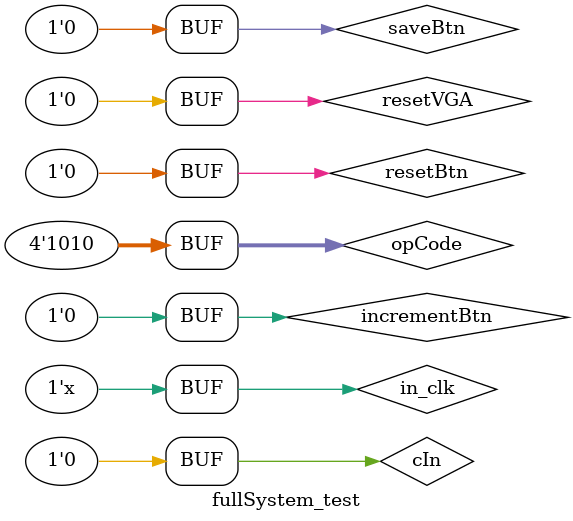
<source format=v>
`timescale 1ns / 1ps


module fullSystem_test(

    );
    
    reg in_clk, incrementBtn, saveBtn, resetBtn, cIn, resetVGA;
    reg [3:0] opCode;
    wire btnPressLED, state, cOut, hsync, vsync;
    wire [3:0] A, B;
    wire [6:0] cathodes;
    wire [7:0] anodes;
    wire [11:0] rgb;
    
    fullSystem DUT (.in_clk(in_clk),.incrementBtn(incrementBtn),.saveBtn(saveBtn),.resetBtn(resetBtn),.A(A),.B(B),.btnPressLED(btnPressLED),.state(state),
                    .opCode(opCode),.cIn(cIn),.cOut(cOut),
                    .resetVGA(resetVGA),.hsync(hsync),.vsync(vsync),.rgb(rgb),
                    .anodes(anodes),.cathodes(cathodes)
                    );
                    
    always #1 in_clk = ~in_clk;
    
    initial begin
        in_clk = 0;
        incrementBtn = 0;
        saveBtn = 0;
        resetBtn = 0;
        cIn = 0;
        resetVGA = 0;
        opCode = 0;
        
        #10 opCode = 4'b1010;
        #10 incrementBtn = 1;
        #10 incrementBtn = 0;
        #10 incrementBtn = 1;
        #10 incrementBtn = 0;
        #10 incrementBtn = 1;
        #10 incrementBtn = 0;
        #10 incrementBtn = 1; 
        #10 incrementBtn = 0; // A = 4
        
        #10 saveBtn = 1;
        #10 saveBtn = 0;      // Switch target to B
        
        #10 incrementBtn = 1; // B = 1
        #10 incrementBtn = 0;
        
        #10 resetBtn = 1;     // Reset inputs A & B
        #10 resetBtn = 0;     
    end
    
endmodule

</source>
